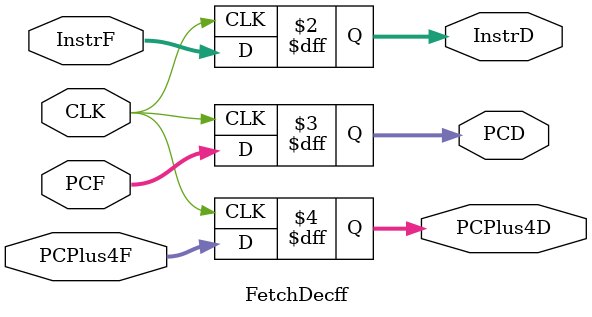
<source format=sv>
module FetchDecff #(
    parameter WIDTH = 32
)(
    input  logic             CLK,
    input  logic [WIDTH-1:0] InstrF,
    input  logic [WIDTH-1:0] PCF,
    input  logic [WIDTH-1:0] PCPlus4F,
    output logic [WIDTH-1:0] InstrD,
    output logic [WIDTH-1:0] PCD,
    output logic [WIDTH-1:0] PCPlus4D
);

always_ff @(posedge CLK) begin
    InstrD   <= InstrF;
    PCD      <= PCF;
    PCPlus4D <= PCPlus4F;
end

endmodule

</source>
